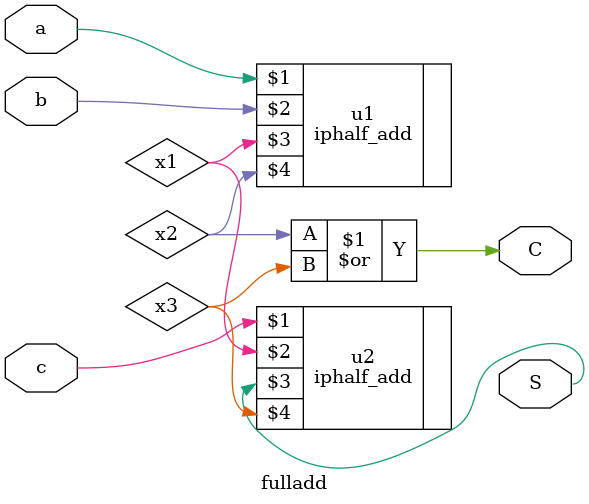
<source format=v>
`timescale 1ns / 1ps
module fulladd(
    input a,
    input b,
    input c,
    output S,
    output C
    );
    wire x1,x2,x3;
    iphalf_add u1(a,b,x1,x2);
    iphalf_add u2(c,x1,S,x3);
    or u3(C,x2,x3);
endmodule
</source>
